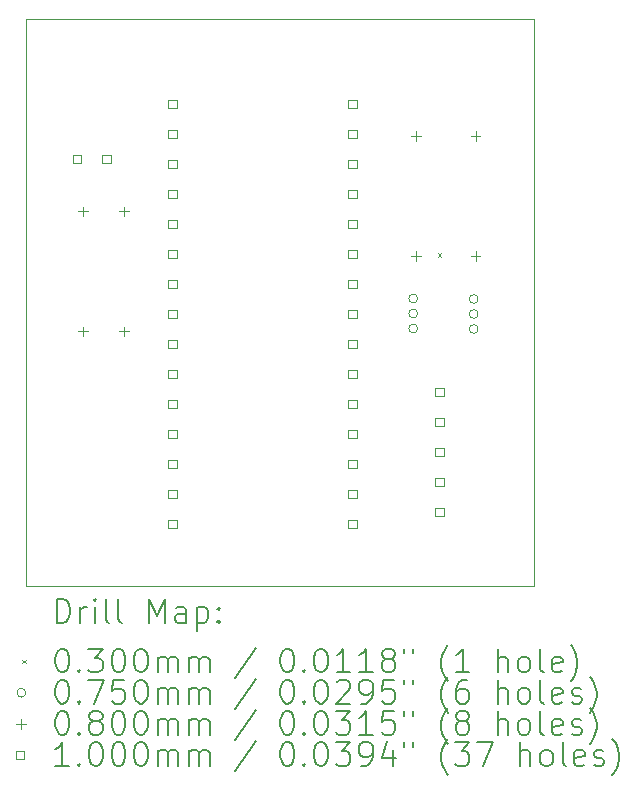
<source format=gbr>
%TF.GenerationSoftware,KiCad,Pcbnew,8.0.5*%
%TF.CreationDate,2025-02-08T21:47:27+08:00*%
%TF.ProjectId,arduino_solar_bikelight_1,61726475-696e-46f5-9f73-6f6c61725f62,rev?*%
%TF.SameCoordinates,Original*%
%TF.FileFunction,Drillmap*%
%TF.FilePolarity,Positive*%
%FSLAX45Y45*%
G04 Gerber Fmt 4.5, Leading zero omitted, Abs format (unit mm)*
G04 Created by KiCad (PCBNEW 8.0.5) date 2025-02-08 21:47:27*
%MOMM*%
%LPD*%
G01*
G04 APERTURE LIST*
%ADD10C,0.050000*%
%ADD11C,0.200000*%
%ADD12C,0.100000*%
G04 APERTURE END LIST*
D10*
X14144500Y-5839500D02*
X18444500Y-5839500D01*
X18444500Y-10639500D01*
X14144500Y-10639500D01*
X14144500Y-5839500D01*
D11*
D12*
X17629500Y-7824500D02*
X17659500Y-7854500D01*
X17659500Y-7824500D02*
X17629500Y-7854500D01*
X17459000Y-8208500D02*
G75*
G02*
X17384000Y-8208500I-37500J0D01*
G01*
X17384000Y-8208500D02*
G75*
G02*
X17459000Y-8208500I37500J0D01*
G01*
X17459000Y-8335500D02*
G75*
G02*
X17384000Y-8335500I-37500J0D01*
G01*
X17384000Y-8335500D02*
G75*
G02*
X17459000Y-8335500I37500J0D01*
G01*
X17459000Y-8462500D02*
G75*
G02*
X17384000Y-8462500I-37500J0D01*
G01*
X17384000Y-8462500D02*
G75*
G02*
X17459000Y-8462500I37500J0D01*
G01*
X17972000Y-8212500D02*
G75*
G02*
X17897000Y-8212500I-37500J0D01*
G01*
X17897000Y-8212500D02*
G75*
G02*
X17972000Y-8212500I37500J0D01*
G01*
X17972000Y-8339500D02*
G75*
G02*
X17897000Y-8339500I-37500J0D01*
G01*
X17897000Y-8339500D02*
G75*
G02*
X17972000Y-8339500I37500J0D01*
G01*
X17972000Y-8466500D02*
G75*
G02*
X17897000Y-8466500I-37500J0D01*
G01*
X17897000Y-8466500D02*
G75*
G02*
X17972000Y-8466500I37500J0D01*
G01*
X14624500Y-7431500D02*
X14624500Y-7511500D01*
X14584500Y-7471500D02*
X14664500Y-7471500D01*
X14624500Y-8447500D02*
X14624500Y-8527500D01*
X14584500Y-8487500D02*
X14664500Y-8487500D01*
X14974500Y-7431500D02*
X14974500Y-7511500D01*
X14934500Y-7471500D02*
X15014500Y-7471500D01*
X14974500Y-8447500D02*
X14974500Y-8527500D01*
X14934500Y-8487500D02*
X15014500Y-8487500D01*
X17444500Y-6791500D02*
X17444500Y-6871500D01*
X17404500Y-6831500D02*
X17484500Y-6831500D01*
X17444500Y-7807500D02*
X17444500Y-7887500D01*
X17404500Y-7847500D02*
X17484500Y-7847500D01*
X17951500Y-6791500D02*
X17951500Y-6871500D01*
X17911500Y-6831500D02*
X17991500Y-6831500D01*
X17951500Y-7807500D02*
X17951500Y-7887500D01*
X17911500Y-7847500D02*
X17991500Y-7847500D01*
X14609856Y-7064856D02*
X14609856Y-6994144D01*
X14539144Y-6994144D01*
X14539144Y-7064856D01*
X14609856Y-7064856D01*
X14859856Y-7064856D02*
X14859856Y-6994144D01*
X14789144Y-6994144D01*
X14789144Y-7064856D01*
X14859856Y-7064856D01*
X15419856Y-6598856D02*
X15419856Y-6528144D01*
X15349144Y-6528144D01*
X15349144Y-6598856D01*
X15419856Y-6598856D01*
X15419856Y-6852856D02*
X15419856Y-6782144D01*
X15349144Y-6782144D01*
X15349144Y-6852856D01*
X15419856Y-6852856D01*
X15419856Y-7106856D02*
X15419856Y-7036144D01*
X15349144Y-7036144D01*
X15349144Y-7106856D01*
X15419856Y-7106856D01*
X15419856Y-7360856D02*
X15419856Y-7290144D01*
X15349144Y-7290144D01*
X15349144Y-7360856D01*
X15419856Y-7360856D01*
X15419856Y-7614856D02*
X15419856Y-7544144D01*
X15349144Y-7544144D01*
X15349144Y-7614856D01*
X15419856Y-7614856D01*
X15419856Y-7868856D02*
X15419856Y-7798144D01*
X15349144Y-7798144D01*
X15349144Y-7868856D01*
X15419856Y-7868856D01*
X15419856Y-8122856D02*
X15419856Y-8052144D01*
X15349144Y-8052144D01*
X15349144Y-8122856D01*
X15419856Y-8122856D01*
X15419856Y-8376856D02*
X15419856Y-8306144D01*
X15349144Y-8306144D01*
X15349144Y-8376856D01*
X15419856Y-8376856D01*
X15419856Y-8630856D02*
X15419856Y-8560144D01*
X15349144Y-8560144D01*
X15349144Y-8630856D01*
X15419856Y-8630856D01*
X15419856Y-8884856D02*
X15419856Y-8814144D01*
X15349144Y-8814144D01*
X15349144Y-8884856D01*
X15419856Y-8884856D01*
X15419856Y-9138856D02*
X15419856Y-9068144D01*
X15349144Y-9068144D01*
X15349144Y-9138856D01*
X15419856Y-9138856D01*
X15419856Y-9392856D02*
X15419856Y-9322144D01*
X15349144Y-9322144D01*
X15349144Y-9392856D01*
X15419856Y-9392856D01*
X15419856Y-9646856D02*
X15419856Y-9576144D01*
X15349144Y-9576144D01*
X15349144Y-9646856D01*
X15419856Y-9646856D01*
X15419856Y-9900856D02*
X15419856Y-9830144D01*
X15349144Y-9830144D01*
X15349144Y-9900856D01*
X15419856Y-9900856D01*
X15419856Y-10154856D02*
X15419856Y-10084144D01*
X15349144Y-10084144D01*
X15349144Y-10154856D01*
X15419856Y-10154856D01*
X16943856Y-6598856D02*
X16943856Y-6528144D01*
X16873144Y-6528144D01*
X16873144Y-6598856D01*
X16943856Y-6598856D01*
X16943856Y-6852856D02*
X16943856Y-6782144D01*
X16873144Y-6782144D01*
X16873144Y-6852856D01*
X16943856Y-6852856D01*
X16943856Y-7106856D02*
X16943856Y-7036144D01*
X16873144Y-7036144D01*
X16873144Y-7106856D01*
X16943856Y-7106856D01*
X16943856Y-7360856D02*
X16943856Y-7290144D01*
X16873144Y-7290144D01*
X16873144Y-7360856D01*
X16943856Y-7360856D01*
X16943856Y-7614856D02*
X16943856Y-7544144D01*
X16873144Y-7544144D01*
X16873144Y-7614856D01*
X16943856Y-7614856D01*
X16943856Y-7868856D02*
X16943856Y-7798144D01*
X16873144Y-7798144D01*
X16873144Y-7868856D01*
X16943856Y-7868856D01*
X16943856Y-8122856D02*
X16943856Y-8052144D01*
X16873144Y-8052144D01*
X16873144Y-8122856D01*
X16943856Y-8122856D01*
X16943856Y-8376856D02*
X16943856Y-8306144D01*
X16873144Y-8306144D01*
X16873144Y-8376856D01*
X16943856Y-8376856D01*
X16943856Y-8630856D02*
X16943856Y-8560144D01*
X16873144Y-8560144D01*
X16873144Y-8630856D01*
X16943856Y-8630856D01*
X16943856Y-8884856D02*
X16943856Y-8814144D01*
X16873144Y-8814144D01*
X16873144Y-8884856D01*
X16943856Y-8884856D01*
X16943856Y-9138856D02*
X16943856Y-9068144D01*
X16873144Y-9068144D01*
X16873144Y-9138856D01*
X16943856Y-9138856D01*
X16943856Y-9392856D02*
X16943856Y-9322144D01*
X16873144Y-9322144D01*
X16873144Y-9392856D01*
X16943856Y-9392856D01*
X16943856Y-9646856D02*
X16943856Y-9576144D01*
X16873144Y-9576144D01*
X16873144Y-9646856D01*
X16943856Y-9646856D01*
X16943856Y-9900856D02*
X16943856Y-9830144D01*
X16873144Y-9830144D01*
X16873144Y-9900856D01*
X16943856Y-9900856D01*
X16943856Y-10154856D02*
X16943856Y-10084144D01*
X16873144Y-10084144D01*
X16873144Y-10154856D01*
X16943856Y-10154856D01*
X17679856Y-9032856D02*
X17679856Y-8962144D01*
X17609144Y-8962144D01*
X17609144Y-9032856D01*
X17679856Y-9032856D01*
X17679856Y-9286856D02*
X17679856Y-9216144D01*
X17609144Y-9216144D01*
X17609144Y-9286856D01*
X17679856Y-9286856D01*
X17679856Y-9540856D02*
X17679856Y-9470144D01*
X17609144Y-9470144D01*
X17609144Y-9540856D01*
X17679856Y-9540856D01*
X17679856Y-9794856D02*
X17679856Y-9724144D01*
X17609144Y-9724144D01*
X17609144Y-9794856D01*
X17679856Y-9794856D01*
X17679856Y-10048856D02*
X17679856Y-9978144D01*
X17609144Y-9978144D01*
X17609144Y-10048856D01*
X17679856Y-10048856D01*
D11*
X14402777Y-10953484D02*
X14402777Y-10753484D01*
X14402777Y-10753484D02*
X14450396Y-10753484D01*
X14450396Y-10753484D02*
X14478967Y-10763008D01*
X14478967Y-10763008D02*
X14498015Y-10782055D01*
X14498015Y-10782055D02*
X14507539Y-10801103D01*
X14507539Y-10801103D02*
X14517062Y-10839198D01*
X14517062Y-10839198D02*
X14517062Y-10867770D01*
X14517062Y-10867770D02*
X14507539Y-10905865D01*
X14507539Y-10905865D02*
X14498015Y-10924912D01*
X14498015Y-10924912D02*
X14478967Y-10943960D01*
X14478967Y-10943960D02*
X14450396Y-10953484D01*
X14450396Y-10953484D02*
X14402777Y-10953484D01*
X14602777Y-10953484D02*
X14602777Y-10820150D01*
X14602777Y-10858246D02*
X14612301Y-10839198D01*
X14612301Y-10839198D02*
X14621824Y-10829674D01*
X14621824Y-10829674D02*
X14640872Y-10820150D01*
X14640872Y-10820150D02*
X14659920Y-10820150D01*
X14726586Y-10953484D02*
X14726586Y-10820150D01*
X14726586Y-10753484D02*
X14717062Y-10763008D01*
X14717062Y-10763008D02*
X14726586Y-10772531D01*
X14726586Y-10772531D02*
X14736110Y-10763008D01*
X14736110Y-10763008D02*
X14726586Y-10753484D01*
X14726586Y-10753484D02*
X14726586Y-10772531D01*
X14850396Y-10953484D02*
X14831348Y-10943960D01*
X14831348Y-10943960D02*
X14821824Y-10924912D01*
X14821824Y-10924912D02*
X14821824Y-10753484D01*
X14955158Y-10953484D02*
X14936110Y-10943960D01*
X14936110Y-10943960D02*
X14926586Y-10924912D01*
X14926586Y-10924912D02*
X14926586Y-10753484D01*
X15183729Y-10953484D02*
X15183729Y-10753484D01*
X15183729Y-10753484D02*
X15250396Y-10896341D01*
X15250396Y-10896341D02*
X15317062Y-10753484D01*
X15317062Y-10753484D02*
X15317062Y-10953484D01*
X15498015Y-10953484D02*
X15498015Y-10848722D01*
X15498015Y-10848722D02*
X15488491Y-10829674D01*
X15488491Y-10829674D02*
X15469443Y-10820150D01*
X15469443Y-10820150D02*
X15431348Y-10820150D01*
X15431348Y-10820150D02*
X15412301Y-10829674D01*
X15498015Y-10943960D02*
X15478967Y-10953484D01*
X15478967Y-10953484D02*
X15431348Y-10953484D01*
X15431348Y-10953484D02*
X15412301Y-10943960D01*
X15412301Y-10943960D02*
X15402777Y-10924912D01*
X15402777Y-10924912D02*
X15402777Y-10905865D01*
X15402777Y-10905865D02*
X15412301Y-10886817D01*
X15412301Y-10886817D02*
X15431348Y-10877293D01*
X15431348Y-10877293D02*
X15478967Y-10877293D01*
X15478967Y-10877293D02*
X15498015Y-10867770D01*
X15593253Y-10820150D02*
X15593253Y-11020150D01*
X15593253Y-10829674D02*
X15612301Y-10820150D01*
X15612301Y-10820150D02*
X15650396Y-10820150D01*
X15650396Y-10820150D02*
X15669443Y-10829674D01*
X15669443Y-10829674D02*
X15678967Y-10839198D01*
X15678967Y-10839198D02*
X15688491Y-10858246D01*
X15688491Y-10858246D02*
X15688491Y-10915389D01*
X15688491Y-10915389D02*
X15678967Y-10934436D01*
X15678967Y-10934436D02*
X15669443Y-10943960D01*
X15669443Y-10943960D02*
X15650396Y-10953484D01*
X15650396Y-10953484D02*
X15612301Y-10953484D01*
X15612301Y-10953484D02*
X15593253Y-10943960D01*
X15774205Y-10934436D02*
X15783729Y-10943960D01*
X15783729Y-10943960D02*
X15774205Y-10953484D01*
X15774205Y-10953484D02*
X15764682Y-10943960D01*
X15764682Y-10943960D02*
X15774205Y-10934436D01*
X15774205Y-10934436D02*
X15774205Y-10953484D01*
X15774205Y-10829674D02*
X15783729Y-10839198D01*
X15783729Y-10839198D02*
X15774205Y-10848722D01*
X15774205Y-10848722D02*
X15764682Y-10839198D01*
X15764682Y-10839198D02*
X15774205Y-10829674D01*
X15774205Y-10829674D02*
X15774205Y-10848722D01*
D12*
X14112000Y-11267000D02*
X14142000Y-11297000D01*
X14142000Y-11267000D02*
X14112000Y-11297000D01*
D11*
X14440872Y-11173484D02*
X14459920Y-11173484D01*
X14459920Y-11173484D02*
X14478967Y-11183008D01*
X14478967Y-11183008D02*
X14488491Y-11192531D01*
X14488491Y-11192531D02*
X14498015Y-11211579D01*
X14498015Y-11211579D02*
X14507539Y-11249674D01*
X14507539Y-11249674D02*
X14507539Y-11297293D01*
X14507539Y-11297293D02*
X14498015Y-11335388D01*
X14498015Y-11335388D02*
X14488491Y-11354436D01*
X14488491Y-11354436D02*
X14478967Y-11363960D01*
X14478967Y-11363960D02*
X14459920Y-11373484D01*
X14459920Y-11373484D02*
X14440872Y-11373484D01*
X14440872Y-11373484D02*
X14421824Y-11363960D01*
X14421824Y-11363960D02*
X14412301Y-11354436D01*
X14412301Y-11354436D02*
X14402777Y-11335388D01*
X14402777Y-11335388D02*
X14393253Y-11297293D01*
X14393253Y-11297293D02*
X14393253Y-11249674D01*
X14393253Y-11249674D02*
X14402777Y-11211579D01*
X14402777Y-11211579D02*
X14412301Y-11192531D01*
X14412301Y-11192531D02*
X14421824Y-11183008D01*
X14421824Y-11183008D02*
X14440872Y-11173484D01*
X14593253Y-11354436D02*
X14602777Y-11363960D01*
X14602777Y-11363960D02*
X14593253Y-11373484D01*
X14593253Y-11373484D02*
X14583729Y-11363960D01*
X14583729Y-11363960D02*
X14593253Y-11354436D01*
X14593253Y-11354436D02*
X14593253Y-11373484D01*
X14669443Y-11173484D02*
X14793253Y-11173484D01*
X14793253Y-11173484D02*
X14726586Y-11249674D01*
X14726586Y-11249674D02*
X14755158Y-11249674D01*
X14755158Y-11249674D02*
X14774205Y-11259198D01*
X14774205Y-11259198D02*
X14783729Y-11268722D01*
X14783729Y-11268722D02*
X14793253Y-11287769D01*
X14793253Y-11287769D02*
X14793253Y-11335388D01*
X14793253Y-11335388D02*
X14783729Y-11354436D01*
X14783729Y-11354436D02*
X14774205Y-11363960D01*
X14774205Y-11363960D02*
X14755158Y-11373484D01*
X14755158Y-11373484D02*
X14698015Y-11373484D01*
X14698015Y-11373484D02*
X14678967Y-11363960D01*
X14678967Y-11363960D02*
X14669443Y-11354436D01*
X14917062Y-11173484D02*
X14936110Y-11173484D01*
X14936110Y-11173484D02*
X14955158Y-11183008D01*
X14955158Y-11183008D02*
X14964682Y-11192531D01*
X14964682Y-11192531D02*
X14974205Y-11211579D01*
X14974205Y-11211579D02*
X14983729Y-11249674D01*
X14983729Y-11249674D02*
X14983729Y-11297293D01*
X14983729Y-11297293D02*
X14974205Y-11335388D01*
X14974205Y-11335388D02*
X14964682Y-11354436D01*
X14964682Y-11354436D02*
X14955158Y-11363960D01*
X14955158Y-11363960D02*
X14936110Y-11373484D01*
X14936110Y-11373484D02*
X14917062Y-11373484D01*
X14917062Y-11373484D02*
X14898015Y-11363960D01*
X14898015Y-11363960D02*
X14888491Y-11354436D01*
X14888491Y-11354436D02*
X14878967Y-11335388D01*
X14878967Y-11335388D02*
X14869443Y-11297293D01*
X14869443Y-11297293D02*
X14869443Y-11249674D01*
X14869443Y-11249674D02*
X14878967Y-11211579D01*
X14878967Y-11211579D02*
X14888491Y-11192531D01*
X14888491Y-11192531D02*
X14898015Y-11183008D01*
X14898015Y-11183008D02*
X14917062Y-11173484D01*
X15107539Y-11173484D02*
X15126586Y-11173484D01*
X15126586Y-11173484D02*
X15145634Y-11183008D01*
X15145634Y-11183008D02*
X15155158Y-11192531D01*
X15155158Y-11192531D02*
X15164682Y-11211579D01*
X15164682Y-11211579D02*
X15174205Y-11249674D01*
X15174205Y-11249674D02*
X15174205Y-11297293D01*
X15174205Y-11297293D02*
X15164682Y-11335388D01*
X15164682Y-11335388D02*
X15155158Y-11354436D01*
X15155158Y-11354436D02*
X15145634Y-11363960D01*
X15145634Y-11363960D02*
X15126586Y-11373484D01*
X15126586Y-11373484D02*
X15107539Y-11373484D01*
X15107539Y-11373484D02*
X15088491Y-11363960D01*
X15088491Y-11363960D02*
X15078967Y-11354436D01*
X15078967Y-11354436D02*
X15069443Y-11335388D01*
X15069443Y-11335388D02*
X15059920Y-11297293D01*
X15059920Y-11297293D02*
X15059920Y-11249674D01*
X15059920Y-11249674D02*
X15069443Y-11211579D01*
X15069443Y-11211579D02*
X15078967Y-11192531D01*
X15078967Y-11192531D02*
X15088491Y-11183008D01*
X15088491Y-11183008D02*
X15107539Y-11173484D01*
X15259920Y-11373484D02*
X15259920Y-11240150D01*
X15259920Y-11259198D02*
X15269443Y-11249674D01*
X15269443Y-11249674D02*
X15288491Y-11240150D01*
X15288491Y-11240150D02*
X15317063Y-11240150D01*
X15317063Y-11240150D02*
X15336110Y-11249674D01*
X15336110Y-11249674D02*
X15345634Y-11268722D01*
X15345634Y-11268722D02*
X15345634Y-11373484D01*
X15345634Y-11268722D02*
X15355158Y-11249674D01*
X15355158Y-11249674D02*
X15374205Y-11240150D01*
X15374205Y-11240150D02*
X15402777Y-11240150D01*
X15402777Y-11240150D02*
X15421824Y-11249674D01*
X15421824Y-11249674D02*
X15431348Y-11268722D01*
X15431348Y-11268722D02*
X15431348Y-11373484D01*
X15526586Y-11373484D02*
X15526586Y-11240150D01*
X15526586Y-11259198D02*
X15536110Y-11249674D01*
X15536110Y-11249674D02*
X15555158Y-11240150D01*
X15555158Y-11240150D02*
X15583729Y-11240150D01*
X15583729Y-11240150D02*
X15602777Y-11249674D01*
X15602777Y-11249674D02*
X15612301Y-11268722D01*
X15612301Y-11268722D02*
X15612301Y-11373484D01*
X15612301Y-11268722D02*
X15621824Y-11249674D01*
X15621824Y-11249674D02*
X15640872Y-11240150D01*
X15640872Y-11240150D02*
X15669443Y-11240150D01*
X15669443Y-11240150D02*
X15688491Y-11249674D01*
X15688491Y-11249674D02*
X15698015Y-11268722D01*
X15698015Y-11268722D02*
X15698015Y-11373484D01*
X16088491Y-11163960D02*
X15917063Y-11421103D01*
X16345634Y-11173484D02*
X16364682Y-11173484D01*
X16364682Y-11173484D02*
X16383729Y-11183008D01*
X16383729Y-11183008D02*
X16393253Y-11192531D01*
X16393253Y-11192531D02*
X16402777Y-11211579D01*
X16402777Y-11211579D02*
X16412301Y-11249674D01*
X16412301Y-11249674D02*
X16412301Y-11297293D01*
X16412301Y-11297293D02*
X16402777Y-11335388D01*
X16402777Y-11335388D02*
X16393253Y-11354436D01*
X16393253Y-11354436D02*
X16383729Y-11363960D01*
X16383729Y-11363960D02*
X16364682Y-11373484D01*
X16364682Y-11373484D02*
X16345634Y-11373484D01*
X16345634Y-11373484D02*
X16326586Y-11363960D01*
X16326586Y-11363960D02*
X16317063Y-11354436D01*
X16317063Y-11354436D02*
X16307539Y-11335388D01*
X16307539Y-11335388D02*
X16298015Y-11297293D01*
X16298015Y-11297293D02*
X16298015Y-11249674D01*
X16298015Y-11249674D02*
X16307539Y-11211579D01*
X16307539Y-11211579D02*
X16317063Y-11192531D01*
X16317063Y-11192531D02*
X16326586Y-11183008D01*
X16326586Y-11183008D02*
X16345634Y-11173484D01*
X16498015Y-11354436D02*
X16507539Y-11363960D01*
X16507539Y-11363960D02*
X16498015Y-11373484D01*
X16498015Y-11373484D02*
X16488491Y-11363960D01*
X16488491Y-11363960D02*
X16498015Y-11354436D01*
X16498015Y-11354436D02*
X16498015Y-11373484D01*
X16631348Y-11173484D02*
X16650396Y-11173484D01*
X16650396Y-11173484D02*
X16669444Y-11183008D01*
X16669444Y-11183008D02*
X16678967Y-11192531D01*
X16678967Y-11192531D02*
X16688491Y-11211579D01*
X16688491Y-11211579D02*
X16698015Y-11249674D01*
X16698015Y-11249674D02*
X16698015Y-11297293D01*
X16698015Y-11297293D02*
X16688491Y-11335388D01*
X16688491Y-11335388D02*
X16678967Y-11354436D01*
X16678967Y-11354436D02*
X16669444Y-11363960D01*
X16669444Y-11363960D02*
X16650396Y-11373484D01*
X16650396Y-11373484D02*
X16631348Y-11373484D01*
X16631348Y-11373484D02*
X16612301Y-11363960D01*
X16612301Y-11363960D02*
X16602777Y-11354436D01*
X16602777Y-11354436D02*
X16593253Y-11335388D01*
X16593253Y-11335388D02*
X16583729Y-11297293D01*
X16583729Y-11297293D02*
X16583729Y-11249674D01*
X16583729Y-11249674D02*
X16593253Y-11211579D01*
X16593253Y-11211579D02*
X16602777Y-11192531D01*
X16602777Y-11192531D02*
X16612301Y-11183008D01*
X16612301Y-11183008D02*
X16631348Y-11173484D01*
X16888491Y-11373484D02*
X16774206Y-11373484D01*
X16831348Y-11373484D02*
X16831348Y-11173484D01*
X16831348Y-11173484D02*
X16812301Y-11202055D01*
X16812301Y-11202055D02*
X16793253Y-11221103D01*
X16793253Y-11221103D02*
X16774206Y-11230627D01*
X17078968Y-11373484D02*
X16964682Y-11373484D01*
X17021825Y-11373484D02*
X17021825Y-11173484D01*
X17021825Y-11173484D02*
X17002777Y-11202055D01*
X17002777Y-11202055D02*
X16983729Y-11221103D01*
X16983729Y-11221103D02*
X16964682Y-11230627D01*
X17193253Y-11259198D02*
X17174206Y-11249674D01*
X17174206Y-11249674D02*
X17164682Y-11240150D01*
X17164682Y-11240150D02*
X17155158Y-11221103D01*
X17155158Y-11221103D02*
X17155158Y-11211579D01*
X17155158Y-11211579D02*
X17164682Y-11192531D01*
X17164682Y-11192531D02*
X17174206Y-11183008D01*
X17174206Y-11183008D02*
X17193253Y-11173484D01*
X17193253Y-11173484D02*
X17231349Y-11173484D01*
X17231349Y-11173484D02*
X17250396Y-11183008D01*
X17250396Y-11183008D02*
X17259920Y-11192531D01*
X17259920Y-11192531D02*
X17269444Y-11211579D01*
X17269444Y-11211579D02*
X17269444Y-11221103D01*
X17269444Y-11221103D02*
X17259920Y-11240150D01*
X17259920Y-11240150D02*
X17250396Y-11249674D01*
X17250396Y-11249674D02*
X17231349Y-11259198D01*
X17231349Y-11259198D02*
X17193253Y-11259198D01*
X17193253Y-11259198D02*
X17174206Y-11268722D01*
X17174206Y-11268722D02*
X17164682Y-11278246D01*
X17164682Y-11278246D02*
X17155158Y-11297293D01*
X17155158Y-11297293D02*
X17155158Y-11335388D01*
X17155158Y-11335388D02*
X17164682Y-11354436D01*
X17164682Y-11354436D02*
X17174206Y-11363960D01*
X17174206Y-11363960D02*
X17193253Y-11373484D01*
X17193253Y-11373484D02*
X17231349Y-11373484D01*
X17231349Y-11373484D02*
X17250396Y-11363960D01*
X17250396Y-11363960D02*
X17259920Y-11354436D01*
X17259920Y-11354436D02*
X17269444Y-11335388D01*
X17269444Y-11335388D02*
X17269444Y-11297293D01*
X17269444Y-11297293D02*
X17259920Y-11278246D01*
X17259920Y-11278246D02*
X17250396Y-11268722D01*
X17250396Y-11268722D02*
X17231349Y-11259198D01*
X17345634Y-11173484D02*
X17345634Y-11211579D01*
X17421825Y-11173484D02*
X17421825Y-11211579D01*
X17717063Y-11449674D02*
X17707539Y-11440150D01*
X17707539Y-11440150D02*
X17688491Y-11411579D01*
X17688491Y-11411579D02*
X17678968Y-11392531D01*
X17678968Y-11392531D02*
X17669444Y-11363960D01*
X17669444Y-11363960D02*
X17659920Y-11316341D01*
X17659920Y-11316341D02*
X17659920Y-11278246D01*
X17659920Y-11278246D02*
X17669444Y-11230627D01*
X17669444Y-11230627D02*
X17678968Y-11202055D01*
X17678968Y-11202055D02*
X17688491Y-11183008D01*
X17688491Y-11183008D02*
X17707539Y-11154436D01*
X17707539Y-11154436D02*
X17717063Y-11144912D01*
X17898015Y-11373484D02*
X17783730Y-11373484D01*
X17840872Y-11373484D02*
X17840872Y-11173484D01*
X17840872Y-11173484D02*
X17821825Y-11202055D01*
X17821825Y-11202055D02*
X17802777Y-11221103D01*
X17802777Y-11221103D02*
X17783730Y-11230627D01*
X18136111Y-11373484D02*
X18136111Y-11173484D01*
X18221825Y-11373484D02*
X18221825Y-11268722D01*
X18221825Y-11268722D02*
X18212301Y-11249674D01*
X18212301Y-11249674D02*
X18193253Y-11240150D01*
X18193253Y-11240150D02*
X18164682Y-11240150D01*
X18164682Y-11240150D02*
X18145634Y-11249674D01*
X18145634Y-11249674D02*
X18136111Y-11259198D01*
X18345634Y-11373484D02*
X18326587Y-11363960D01*
X18326587Y-11363960D02*
X18317063Y-11354436D01*
X18317063Y-11354436D02*
X18307539Y-11335388D01*
X18307539Y-11335388D02*
X18307539Y-11278246D01*
X18307539Y-11278246D02*
X18317063Y-11259198D01*
X18317063Y-11259198D02*
X18326587Y-11249674D01*
X18326587Y-11249674D02*
X18345634Y-11240150D01*
X18345634Y-11240150D02*
X18374206Y-11240150D01*
X18374206Y-11240150D02*
X18393253Y-11249674D01*
X18393253Y-11249674D02*
X18402777Y-11259198D01*
X18402777Y-11259198D02*
X18412301Y-11278246D01*
X18412301Y-11278246D02*
X18412301Y-11335388D01*
X18412301Y-11335388D02*
X18402777Y-11354436D01*
X18402777Y-11354436D02*
X18393253Y-11363960D01*
X18393253Y-11363960D02*
X18374206Y-11373484D01*
X18374206Y-11373484D02*
X18345634Y-11373484D01*
X18526587Y-11373484D02*
X18507539Y-11363960D01*
X18507539Y-11363960D02*
X18498015Y-11344912D01*
X18498015Y-11344912D02*
X18498015Y-11173484D01*
X18678968Y-11363960D02*
X18659920Y-11373484D01*
X18659920Y-11373484D02*
X18621825Y-11373484D01*
X18621825Y-11373484D02*
X18602777Y-11363960D01*
X18602777Y-11363960D02*
X18593253Y-11344912D01*
X18593253Y-11344912D02*
X18593253Y-11268722D01*
X18593253Y-11268722D02*
X18602777Y-11249674D01*
X18602777Y-11249674D02*
X18621825Y-11240150D01*
X18621825Y-11240150D02*
X18659920Y-11240150D01*
X18659920Y-11240150D02*
X18678968Y-11249674D01*
X18678968Y-11249674D02*
X18688492Y-11268722D01*
X18688492Y-11268722D02*
X18688492Y-11287769D01*
X18688492Y-11287769D02*
X18593253Y-11306817D01*
X18755158Y-11449674D02*
X18764682Y-11440150D01*
X18764682Y-11440150D02*
X18783730Y-11411579D01*
X18783730Y-11411579D02*
X18793253Y-11392531D01*
X18793253Y-11392531D02*
X18802777Y-11363960D01*
X18802777Y-11363960D02*
X18812301Y-11316341D01*
X18812301Y-11316341D02*
X18812301Y-11278246D01*
X18812301Y-11278246D02*
X18802777Y-11230627D01*
X18802777Y-11230627D02*
X18793253Y-11202055D01*
X18793253Y-11202055D02*
X18783730Y-11183008D01*
X18783730Y-11183008D02*
X18764682Y-11154436D01*
X18764682Y-11154436D02*
X18755158Y-11144912D01*
D12*
X14142000Y-11546000D02*
G75*
G02*
X14067000Y-11546000I-37500J0D01*
G01*
X14067000Y-11546000D02*
G75*
G02*
X14142000Y-11546000I37500J0D01*
G01*
D11*
X14440872Y-11437484D02*
X14459920Y-11437484D01*
X14459920Y-11437484D02*
X14478967Y-11447008D01*
X14478967Y-11447008D02*
X14488491Y-11456531D01*
X14488491Y-11456531D02*
X14498015Y-11475579D01*
X14498015Y-11475579D02*
X14507539Y-11513674D01*
X14507539Y-11513674D02*
X14507539Y-11561293D01*
X14507539Y-11561293D02*
X14498015Y-11599388D01*
X14498015Y-11599388D02*
X14488491Y-11618436D01*
X14488491Y-11618436D02*
X14478967Y-11627960D01*
X14478967Y-11627960D02*
X14459920Y-11637484D01*
X14459920Y-11637484D02*
X14440872Y-11637484D01*
X14440872Y-11637484D02*
X14421824Y-11627960D01*
X14421824Y-11627960D02*
X14412301Y-11618436D01*
X14412301Y-11618436D02*
X14402777Y-11599388D01*
X14402777Y-11599388D02*
X14393253Y-11561293D01*
X14393253Y-11561293D02*
X14393253Y-11513674D01*
X14393253Y-11513674D02*
X14402777Y-11475579D01*
X14402777Y-11475579D02*
X14412301Y-11456531D01*
X14412301Y-11456531D02*
X14421824Y-11447008D01*
X14421824Y-11447008D02*
X14440872Y-11437484D01*
X14593253Y-11618436D02*
X14602777Y-11627960D01*
X14602777Y-11627960D02*
X14593253Y-11637484D01*
X14593253Y-11637484D02*
X14583729Y-11627960D01*
X14583729Y-11627960D02*
X14593253Y-11618436D01*
X14593253Y-11618436D02*
X14593253Y-11637484D01*
X14669443Y-11437484D02*
X14802777Y-11437484D01*
X14802777Y-11437484D02*
X14717062Y-11637484D01*
X14974205Y-11437484D02*
X14878967Y-11437484D01*
X14878967Y-11437484D02*
X14869443Y-11532722D01*
X14869443Y-11532722D02*
X14878967Y-11523198D01*
X14878967Y-11523198D02*
X14898015Y-11513674D01*
X14898015Y-11513674D02*
X14945634Y-11513674D01*
X14945634Y-11513674D02*
X14964682Y-11523198D01*
X14964682Y-11523198D02*
X14974205Y-11532722D01*
X14974205Y-11532722D02*
X14983729Y-11551769D01*
X14983729Y-11551769D02*
X14983729Y-11599388D01*
X14983729Y-11599388D02*
X14974205Y-11618436D01*
X14974205Y-11618436D02*
X14964682Y-11627960D01*
X14964682Y-11627960D02*
X14945634Y-11637484D01*
X14945634Y-11637484D02*
X14898015Y-11637484D01*
X14898015Y-11637484D02*
X14878967Y-11627960D01*
X14878967Y-11627960D02*
X14869443Y-11618436D01*
X15107539Y-11437484D02*
X15126586Y-11437484D01*
X15126586Y-11437484D02*
X15145634Y-11447008D01*
X15145634Y-11447008D02*
X15155158Y-11456531D01*
X15155158Y-11456531D02*
X15164682Y-11475579D01*
X15164682Y-11475579D02*
X15174205Y-11513674D01*
X15174205Y-11513674D02*
X15174205Y-11561293D01*
X15174205Y-11561293D02*
X15164682Y-11599388D01*
X15164682Y-11599388D02*
X15155158Y-11618436D01*
X15155158Y-11618436D02*
X15145634Y-11627960D01*
X15145634Y-11627960D02*
X15126586Y-11637484D01*
X15126586Y-11637484D02*
X15107539Y-11637484D01*
X15107539Y-11637484D02*
X15088491Y-11627960D01*
X15088491Y-11627960D02*
X15078967Y-11618436D01*
X15078967Y-11618436D02*
X15069443Y-11599388D01*
X15069443Y-11599388D02*
X15059920Y-11561293D01*
X15059920Y-11561293D02*
X15059920Y-11513674D01*
X15059920Y-11513674D02*
X15069443Y-11475579D01*
X15069443Y-11475579D02*
X15078967Y-11456531D01*
X15078967Y-11456531D02*
X15088491Y-11447008D01*
X15088491Y-11447008D02*
X15107539Y-11437484D01*
X15259920Y-11637484D02*
X15259920Y-11504150D01*
X15259920Y-11523198D02*
X15269443Y-11513674D01*
X15269443Y-11513674D02*
X15288491Y-11504150D01*
X15288491Y-11504150D02*
X15317063Y-11504150D01*
X15317063Y-11504150D02*
X15336110Y-11513674D01*
X15336110Y-11513674D02*
X15345634Y-11532722D01*
X15345634Y-11532722D02*
X15345634Y-11637484D01*
X15345634Y-11532722D02*
X15355158Y-11513674D01*
X15355158Y-11513674D02*
X15374205Y-11504150D01*
X15374205Y-11504150D02*
X15402777Y-11504150D01*
X15402777Y-11504150D02*
X15421824Y-11513674D01*
X15421824Y-11513674D02*
X15431348Y-11532722D01*
X15431348Y-11532722D02*
X15431348Y-11637484D01*
X15526586Y-11637484D02*
X15526586Y-11504150D01*
X15526586Y-11523198D02*
X15536110Y-11513674D01*
X15536110Y-11513674D02*
X15555158Y-11504150D01*
X15555158Y-11504150D02*
X15583729Y-11504150D01*
X15583729Y-11504150D02*
X15602777Y-11513674D01*
X15602777Y-11513674D02*
X15612301Y-11532722D01*
X15612301Y-11532722D02*
X15612301Y-11637484D01*
X15612301Y-11532722D02*
X15621824Y-11513674D01*
X15621824Y-11513674D02*
X15640872Y-11504150D01*
X15640872Y-11504150D02*
X15669443Y-11504150D01*
X15669443Y-11504150D02*
X15688491Y-11513674D01*
X15688491Y-11513674D02*
X15698015Y-11532722D01*
X15698015Y-11532722D02*
X15698015Y-11637484D01*
X16088491Y-11427960D02*
X15917063Y-11685103D01*
X16345634Y-11437484D02*
X16364682Y-11437484D01*
X16364682Y-11437484D02*
X16383729Y-11447008D01*
X16383729Y-11447008D02*
X16393253Y-11456531D01*
X16393253Y-11456531D02*
X16402777Y-11475579D01*
X16402777Y-11475579D02*
X16412301Y-11513674D01*
X16412301Y-11513674D02*
X16412301Y-11561293D01*
X16412301Y-11561293D02*
X16402777Y-11599388D01*
X16402777Y-11599388D02*
X16393253Y-11618436D01*
X16393253Y-11618436D02*
X16383729Y-11627960D01*
X16383729Y-11627960D02*
X16364682Y-11637484D01*
X16364682Y-11637484D02*
X16345634Y-11637484D01*
X16345634Y-11637484D02*
X16326586Y-11627960D01*
X16326586Y-11627960D02*
X16317063Y-11618436D01*
X16317063Y-11618436D02*
X16307539Y-11599388D01*
X16307539Y-11599388D02*
X16298015Y-11561293D01*
X16298015Y-11561293D02*
X16298015Y-11513674D01*
X16298015Y-11513674D02*
X16307539Y-11475579D01*
X16307539Y-11475579D02*
X16317063Y-11456531D01*
X16317063Y-11456531D02*
X16326586Y-11447008D01*
X16326586Y-11447008D02*
X16345634Y-11437484D01*
X16498015Y-11618436D02*
X16507539Y-11627960D01*
X16507539Y-11627960D02*
X16498015Y-11637484D01*
X16498015Y-11637484D02*
X16488491Y-11627960D01*
X16488491Y-11627960D02*
X16498015Y-11618436D01*
X16498015Y-11618436D02*
X16498015Y-11637484D01*
X16631348Y-11437484D02*
X16650396Y-11437484D01*
X16650396Y-11437484D02*
X16669444Y-11447008D01*
X16669444Y-11447008D02*
X16678967Y-11456531D01*
X16678967Y-11456531D02*
X16688491Y-11475579D01*
X16688491Y-11475579D02*
X16698015Y-11513674D01*
X16698015Y-11513674D02*
X16698015Y-11561293D01*
X16698015Y-11561293D02*
X16688491Y-11599388D01*
X16688491Y-11599388D02*
X16678967Y-11618436D01*
X16678967Y-11618436D02*
X16669444Y-11627960D01*
X16669444Y-11627960D02*
X16650396Y-11637484D01*
X16650396Y-11637484D02*
X16631348Y-11637484D01*
X16631348Y-11637484D02*
X16612301Y-11627960D01*
X16612301Y-11627960D02*
X16602777Y-11618436D01*
X16602777Y-11618436D02*
X16593253Y-11599388D01*
X16593253Y-11599388D02*
X16583729Y-11561293D01*
X16583729Y-11561293D02*
X16583729Y-11513674D01*
X16583729Y-11513674D02*
X16593253Y-11475579D01*
X16593253Y-11475579D02*
X16602777Y-11456531D01*
X16602777Y-11456531D02*
X16612301Y-11447008D01*
X16612301Y-11447008D02*
X16631348Y-11437484D01*
X16774206Y-11456531D02*
X16783729Y-11447008D01*
X16783729Y-11447008D02*
X16802777Y-11437484D01*
X16802777Y-11437484D02*
X16850396Y-11437484D01*
X16850396Y-11437484D02*
X16869444Y-11447008D01*
X16869444Y-11447008D02*
X16878968Y-11456531D01*
X16878968Y-11456531D02*
X16888491Y-11475579D01*
X16888491Y-11475579D02*
X16888491Y-11494627D01*
X16888491Y-11494627D02*
X16878968Y-11523198D01*
X16878968Y-11523198D02*
X16764682Y-11637484D01*
X16764682Y-11637484D02*
X16888491Y-11637484D01*
X16983729Y-11637484D02*
X17021825Y-11637484D01*
X17021825Y-11637484D02*
X17040872Y-11627960D01*
X17040872Y-11627960D02*
X17050396Y-11618436D01*
X17050396Y-11618436D02*
X17069444Y-11589865D01*
X17069444Y-11589865D02*
X17078968Y-11551769D01*
X17078968Y-11551769D02*
X17078968Y-11475579D01*
X17078968Y-11475579D02*
X17069444Y-11456531D01*
X17069444Y-11456531D02*
X17059920Y-11447008D01*
X17059920Y-11447008D02*
X17040872Y-11437484D01*
X17040872Y-11437484D02*
X17002777Y-11437484D01*
X17002777Y-11437484D02*
X16983729Y-11447008D01*
X16983729Y-11447008D02*
X16974206Y-11456531D01*
X16974206Y-11456531D02*
X16964682Y-11475579D01*
X16964682Y-11475579D02*
X16964682Y-11523198D01*
X16964682Y-11523198D02*
X16974206Y-11542246D01*
X16974206Y-11542246D02*
X16983729Y-11551769D01*
X16983729Y-11551769D02*
X17002777Y-11561293D01*
X17002777Y-11561293D02*
X17040872Y-11561293D01*
X17040872Y-11561293D02*
X17059920Y-11551769D01*
X17059920Y-11551769D02*
X17069444Y-11542246D01*
X17069444Y-11542246D02*
X17078968Y-11523198D01*
X17259920Y-11437484D02*
X17164682Y-11437484D01*
X17164682Y-11437484D02*
X17155158Y-11532722D01*
X17155158Y-11532722D02*
X17164682Y-11523198D01*
X17164682Y-11523198D02*
X17183729Y-11513674D01*
X17183729Y-11513674D02*
X17231349Y-11513674D01*
X17231349Y-11513674D02*
X17250396Y-11523198D01*
X17250396Y-11523198D02*
X17259920Y-11532722D01*
X17259920Y-11532722D02*
X17269444Y-11551769D01*
X17269444Y-11551769D02*
X17269444Y-11599388D01*
X17269444Y-11599388D02*
X17259920Y-11618436D01*
X17259920Y-11618436D02*
X17250396Y-11627960D01*
X17250396Y-11627960D02*
X17231349Y-11637484D01*
X17231349Y-11637484D02*
X17183729Y-11637484D01*
X17183729Y-11637484D02*
X17164682Y-11627960D01*
X17164682Y-11627960D02*
X17155158Y-11618436D01*
X17345634Y-11437484D02*
X17345634Y-11475579D01*
X17421825Y-11437484D02*
X17421825Y-11475579D01*
X17717063Y-11713674D02*
X17707539Y-11704150D01*
X17707539Y-11704150D02*
X17688491Y-11675579D01*
X17688491Y-11675579D02*
X17678968Y-11656531D01*
X17678968Y-11656531D02*
X17669444Y-11627960D01*
X17669444Y-11627960D02*
X17659920Y-11580341D01*
X17659920Y-11580341D02*
X17659920Y-11542246D01*
X17659920Y-11542246D02*
X17669444Y-11494627D01*
X17669444Y-11494627D02*
X17678968Y-11466055D01*
X17678968Y-11466055D02*
X17688491Y-11447008D01*
X17688491Y-11447008D02*
X17707539Y-11418436D01*
X17707539Y-11418436D02*
X17717063Y-11408912D01*
X17878968Y-11437484D02*
X17840872Y-11437484D01*
X17840872Y-11437484D02*
X17821825Y-11447008D01*
X17821825Y-11447008D02*
X17812301Y-11456531D01*
X17812301Y-11456531D02*
X17793253Y-11485103D01*
X17793253Y-11485103D02*
X17783730Y-11523198D01*
X17783730Y-11523198D02*
X17783730Y-11599388D01*
X17783730Y-11599388D02*
X17793253Y-11618436D01*
X17793253Y-11618436D02*
X17802777Y-11627960D01*
X17802777Y-11627960D02*
X17821825Y-11637484D01*
X17821825Y-11637484D02*
X17859920Y-11637484D01*
X17859920Y-11637484D02*
X17878968Y-11627960D01*
X17878968Y-11627960D02*
X17888491Y-11618436D01*
X17888491Y-11618436D02*
X17898015Y-11599388D01*
X17898015Y-11599388D02*
X17898015Y-11551769D01*
X17898015Y-11551769D02*
X17888491Y-11532722D01*
X17888491Y-11532722D02*
X17878968Y-11523198D01*
X17878968Y-11523198D02*
X17859920Y-11513674D01*
X17859920Y-11513674D02*
X17821825Y-11513674D01*
X17821825Y-11513674D02*
X17802777Y-11523198D01*
X17802777Y-11523198D02*
X17793253Y-11532722D01*
X17793253Y-11532722D02*
X17783730Y-11551769D01*
X18136111Y-11637484D02*
X18136111Y-11437484D01*
X18221825Y-11637484D02*
X18221825Y-11532722D01*
X18221825Y-11532722D02*
X18212301Y-11513674D01*
X18212301Y-11513674D02*
X18193253Y-11504150D01*
X18193253Y-11504150D02*
X18164682Y-11504150D01*
X18164682Y-11504150D02*
X18145634Y-11513674D01*
X18145634Y-11513674D02*
X18136111Y-11523198D01*
X18345634Y-11637484D02*
X18326587Y-11627960D01*
X18326587Y-11627960D02*
X18317063Y-11618436D01*
X18317063Y-11618436D02*
X18307539Y-11599388D01*
X18307539Y-11599388D02*
X18307539Y-11542246D01*
X18307539Y-11542246D02*
X18317063Y-11523198D01*
X18317063Y-11523198D02*
X18326587Y-11513674D01*
X18326587Y-11513674D02*
X18345634Y-11504150D01*
X18345634Y-11504150D02*
X18374206Y-11504150D01*
X18374206Y-11504150D02*
X18393253Y-11513674D01*
X18393253Y-11513674D02*
X18402777Y-11523198D01*
X18402777Y-11523198D02*
X18412301Y-11542246D01*
X18412301Y-11542246D02*
X18412301Y-11599388D01*
X18412301Y-11599388D02*
X18402777Y-11618436D01*
X18402777Y-11618436D02*
X18393253Y-11627960D01*
X18393253Y-11627960D02*
X18374206Y-11637484D01*
X18374206Y-11637484D02*
X18345634Y-11637484D01*
X18526587Y-11637484D02*
X18507539Y-11627960D01*
X18507539Y-11627960D02*
X18498015Y-11608912D01*
X18498015Y-11608912D02*
X18498015Y-11437484D01*
X18678968Y-11627960D02*
X18659920Y-11637484D01*
X18659920Y-11637484D02*
X18621825Y-11637484D01*
X18621825Y-11637484D02*
X18602777Y-11627960D01*
X18602777Y-11627960D02*
X18593253Y-11608912D01*
X18593253Y-11608912D02*
X18593253Y-11532722D01*
X18593253Y-11532722D02*
X18602777Y-11513674D01*
X18602777Y-11513674D02*
X18621825Y-11504150D01*
X18621825Y-11504150D02*
X18659920Y-11504150D01*
X18659920Y-11504150D02*
X18678968Y-11513674D01*
X18678968Y-11513674D02*
X18688492Y-11532722D01*
X18688492Y-11532722D02*
X18688492Y-11551769D01*
X18688492Y-11551769D02*
X18593253Y-11570817D01*
X18764682Y-11627960D02*
X18783730Y-11637484D01*
X18783730Y-11637484D02*
X18821825Y-11637484D01*
X18821825Y-11637484D02*
X18840873Y-11627960D01*
X18840873Y-11627960D02*
X18850396Y-11608912D01*
X18850396Y-11608912D02*
X18850396Y-11599388D01*
X18850396Y-11599388D02*
X18840873Y-11580341D01*
X18840873Y-11580341D02*
X18821825Y-11570817D01*
X18821825Y-11570817D02*
X18793253Y-11570817D01*
X18793253Y-11570817D02*
X18774206Y-11561293D01*
X18774206Y-11561293D02*
X18764682Y-11542246D01*
X18764682Y-11542246D02*
X18764682Y-11532722D01*
X18764682Y-11532722D02*
X18774206Y-11513674D01*
X18774206Y-11513674D02*
X18793253Y-11504150D01*
X18793253Y-11504150D02*
X18821825Y-11504150D01*
X18821825Y-11504150D02*
X18840873Y-11513674D01*
X18917063Y-11713674D02*
X18926587Y-11704150D01*
X18926587Y-11704150D02*
X18945634Y-11675579D01*
X18945634Y-11675579D02*
X18955158Y-11656531D01*
X18955158Y-11656531D02*
X18964682Y-11627960D01*
X18964682Y-11627960D02*
X18974206Y-11580341D01*
X18974206Y-11580341D02*
X18974206Y-11542246D01*
X18974206Y-11542246D02*
X18964682Y-11494627D01*
X18964682Y-11494627D02*
X18955158Y-11466055D01*
X18955158Y-11466055D02*
X18945634Y-11447008D01*
X18945634Y-11447008D02*
X18926587Y-11418436D01*
X18926587Y-11418436D02*
X18917063Y-11408912D01*
D12*
X14102000Y-11770000D02*
X14102000Y-11850000D01*
X14062000Y-11810000D02*
X14142000Y-11810000D01*
D11*
X14440872Y-11701484D02*
X14459920Y-11701484D01*
X14459920Y-11701484D02*
X14478967Y-11711008D01*
X14478967Y-11711008D02*
X14488491Y-11720531D01*
X14488491Y-11720531D02*
X14498015Y-11739579D01*
X14498015Y-11739579D02*
X14507539Y-11777674D01*
X14507539Y-11777674D02*
X14507539Y-11825293D01*
X14507539Y-11825293D02*
X14498015Y-11863388D01*
X14498015Y-11863388D02*
X14488491Y-11882436D01*
X14488491Y-11882436D02*
X14478967Y-11891960D01*
X14478967Y-11891960D02*
X14459920Y-11901484D01*
X14459920Y-11901484D02*
X14440872Y-11901484D01*
X14440872Y-11901484D02*
X14421824Y-11891960D01*
X14421824Y-11891960D02*
X14412301Y-11882436D01*
X14412301Y-11882436D02*
X14402777Y-11863388D01*
X14402777Y-11863388D02*
X14393253Y-11825293D01*
X14393253Y-11825293D02*
X14393253Y-11777674D01*
X14393253Y-11777674D02*
X14402777Y-11739579D01*
X14402777Y-11739579D02*
X14412301Y-11720531D01*
X14412301Y-11720531D02*
X14421824Y-11711008D01*
X14421824Y-11711008D02*
X14440872Y-11701484D01*
X14593253Y-11882436D02*
X14602777Y-11891960D01*
X14602777Y-11891960D02*
X14593253Y-11901484D01*
X14593253Y-11901484D02*
X14583729Y-11891960D01*
X14583729Y-11891960D02*
X14593253Y-11882436D01*
X14593253Y-11882436D02*
X14593253Y-11901484D01*
X14717062Y-11787198D02*
X14698015Y-11777674D01*
X14698015Y-11777674D02*
X14688491Y-11768150D01*
X14688491Y-11768150D02*
X14678967Y-11749103D01*
X14678967Y-11749103D02*
X14678967Y-11739579D01*
X14678967Y-11739579D02*
X14688491Y-11720531D01*
X14688491Y-11720531D02*
X14698015Y-11711008D01*
X14698015Y-11711008D02*
X14717062Y-11701484D01*
X14717062Y-11701484D02*
X14755158Y-11701484D01*
X14755158Y-11701484D02*
X14774205Y-11711008D01*
X14774205Y-11711008D02*
X14783729Y-11720531D01*
X14783729Y-11720531D02*
X14793253Y-11739579D01*
X14793253Y-11739579D02*
X14793253Y-11749103D01*
X14793253Y-11749103D02*
X14783729Y-11768150D01*
X14783729Y-11768150D02*
X14774205Y-11777674D01*
X14774205Y-11777674D02*
X14755158Y-11787198D01*
X14755158Y-11787198D02*
X14717062Y-11787198D01*
X14717062Y-11787198D02*
X14698015Y-11796722D01*
X14698015Y-11796722D02*
X14688491Y-11806246D01*
X14688491Y-11806246D02*
X14678967Y-11825293D01*
X14678967Y-11825293D02*
X14678967Y-11863388D01*
X14678967Y-11863388D02*
X14688491Y-11882436D01*
X14688491Y-11882436D02*
X14698015Y-11891960D01*
X14698015Y-11891960D02*
X14717062Y-11901484D01*
X14717062Y-11901484D02*
X14755158Y-11901484D01*
X14755158Y-11901484D02*
X14774205Y-11891960D01*
X14774205Y-11891960D02*
X14783729Y-11882436D01*
X14783729Y-11882436D02*
X14793253Y-11863388D01*
X14793253Y-11863388D02*
X14793253Y-11825293D01*
X14793253Y-11825293D02*
X14783729Y-11806246D01*
X14783729Y-11806246D02*
X14774205Y-11796722D01*
X14774205Y-11796722D02*
X14755158Y-11787198D01*
X14917062Y-11701484D02*
X14936110Y-11701484D01*
X14936110Y-11701484D02*
X14955158Y-11711008D01*
X14955158Y-11711008D02*
X14964682Y-11720531D01*
X14964682Y-11720531D02*
X14974205Y-11739579D01*
X14974205Y-11739579D02*
X14983729Y-11777674D01*
X14983729Y-11777674D02*
X14983729Y-11825293D01*
X14983729Y-11825293D02*
X14974205Y-11863388D01*
X14974205Y-11863388D02*
X14964682Y-11882436D01*
X14964682Y-11882436D02*
X14955158Y-11891960D01*
X14955158Y-11891960D02*
X14936110Y-11901484D01*
X14936110Y-11901484D02*
X14917062Y-11901484D01*
X14917062Y-11901484D02*
X14898015Y-11891960D01*
X14898015Y-11891960D02*
X14888491Y-11882436D01*
X14888491Y-11882436D02*
X14878967Y-11863388D01*
X14878967Y-11863388D02*
X14869443Y-11825293D01*
X14869443Y-11825293D02*
X14869443Y-11777674D01*
X14869443Y-11777674D02*
X14878967Y-11739579D01*
X14878967Y-11739579D02*
X14888491Y-11720531D01*
X14888491Y-11720531D02*
X14898015Y-11711008D01*
X14898015Y-11711008D02*
X14917062Y-11701484D01*
X15107539Y-11701484D02*
X15126586Y-11701484D01*
X15126586Y-11701484D02*
X15145634Y-11711008D01*
X15145634Y-11711008D02*
X15155158Y-11720531D01*
X15155158Y-11720531D02*
X15164682Y-11739579D01*
X15164682Y-11739579D02*
X15174205Y-11777674D01*
X15174205Y-11777674D02*
X15174205Y-11825293D01*
X15174205Y-11825293D02*
X15164682Y-11863388D01*
X15164682Y-11863388D02*
X15155158Y-11882436D01*
X15155158Y-11882436D02*
X15145634Y-11891960D01*
X15145634Y-11891960D02*
X15126586Y-11901484D01*
X15126586Y-11901484D02*
X15107539Y-11901484D01*
X15107539Y-11901484D02*
X15088491Y-11891960D01*
X15088491Y-11891960D02*
X15078967Y-11882436D01*
X15078967Y-11882436D02*
X15069443Y-11863388D01*
X15069443Y-11863388D02*
X15059920Y-11825293D01*
X15059920Y-11825293D02*
X15059920Y-11777674D01*
X15059920Y-11777674D02*
X15069443Y-11739579D01*
X15069443Y-11739579D02*
X15078967Y-11720531D01*
X15078967Y-11720531D02*
X15088491Y-11711008D01*
X15088491Y-11711008D02*
X15107539Y-11701484D01*
X15259920Y-11901484D02*
X15259920Y-11768150D01*
X15259920Y-11787198D02*
X15269443Y-11777674D01*
X15269443Y-11777674D02*
X15288491Y-11768150D01*
X15288491Y-11768150D02*
X15317063Y-11768150D01*
X15317063Y-11768150D02*
X15336110Y-11777674D01*
X15336110Y-11777674D02*
X15345634Y-11796722D01*
X15345634Y-11796722D02*
X15345634Y-11901484D01*
X15345634Y-11796722D02*
X15355158Y-11777674D01*
X15355158Y-11777674D02*
X15374205Y-11768150D01*
X15374205Y-11768150D02*
X15402777Y-11768150D01*
X15402777Y-11768150D02*
X15421824Y-11777674D01*
X15421824Y-11777674D02*
X15431348Y-11796722D01*
X15431348Y-11796722D02*
X15431348Y-11901484D01*
X15526586Y-11901484D02*
X15526586Y-11768150D01*
X15526586Y-11787198D02*
X15536110Y-11777674D01*
X15536110Y-11777674D02*
X15555158Y-11768150D01*
X15555158Y-11768150D02*
X15583729Y-11768150D01*
X15583729Y-11768150D02*
X15602777Y-11777674D01*
X15602777Y-11777674D02*
X15612301Y-11796722D01*
X15612301Y-11796722D02*
X15612301Y-11901484D01*
X15612301Y-11796722D02*
X15621824Y-11777674D01*
X15621824Y-11777674D02*
X15640872Y-11768150D01*
X15640872Y-11768150D02*
X15669443Y-11768150D01*
X15669443Y-11768150D02*
X15688491Y-11777674D01*
X15688491Y-11777674D02*
X15698015Y-11796722D01*
X15698015Y-11796722D02*
X15698015Y-11901484D01*
X16088491Y-11691960D02*
X15917063Y-11949103D01*
X16345634Y-11701484D02*
X16364682Y-11701484D01*
X16364682Y-11701484D02*
X16383729Y-11711008D01*
X16383729Y-11711008D02*
X16393253Y-11720531D01*
X16393253Y-11720531D02*
X16402777Y-11739579D01*
X16402777Y-11739579D02*
X16412301Y-11777674D01*
X16412301Y-11777674D02*
X16412301Y-11825293D01*
X16412301Y-11825293D02*
X16402777Y-11863388D01*
X16402777Y-11863388D02*
X16393253Y-11882436D01*
X16393253Y-11882436D02*
X16383729Y-11891960D01*
X16383729Y-11891960D02*
X16364682Y-11901484D01*
X16364682Y-11901484D02*
X16345634Y-11901484D01*
X16345634Y-11901484D02*
X16326586Y-11891960D01*
X16326586Y-11891960D02*
X16317063Y-11882436D01*
X16317063Y-11882436D02*
X16307539Y-11863388D01*
X16307539Y-11863388D02*
X16298015Y-11825293D01*
X16298015Y-11825293D02*
X16298015Y-11777674D01*
X16298015Y-11777674D02*
X16307539Y-11739579D01*
X16307539Y-11739579D02*
X16317063Y-11720531D01*
X16317063Y-11720531D02*
X16326586Y-11711008D01*
X16326586Y-11711008D02*
X16345634Y-11701484D01*
X16498015Y-11882436D02*
X16507539Y-11891960D01*
X16507539Y-11891960D02*
X16498015Y-11901484D01*
X16498015Y-11901484D02*
X16488491Y-11891960D01*
X16488491Y-11891960D02*
X16498015Y-11882436D01*
X16498015Y-11882436D02*
X16498015Y-11901484D01*
X16631348Y-11701484D02*
X16650396Y-11701484D01*
X16650396Y-11701484D02*
X16669444Y-11711008D01*
X16669444Y-11711008D02*
X16678967Y-11720531D01*
X16678967Y-11720531D02*
X16688491Y-11739579D01*
X16688491Y-11739579D02*
X16698015Y-11777674D01*
X16698015Y-11777674D02*
X16698015Y-11825293D01*
X16698015Y-11825293D02*
X16688491Y-11863388D01*
X16688491Y-11863388D02*
X16678967Y-11882436D01*
X16678967Y-11882436D02*
X16669444Y-11891960D01*
X16669444Y-11891960D02*
X16650396Y-11901484D01*
X16650396Y-11901484D02*
X16631348Y-11901484D01*
X16631348Y-11901484D02*
X16612301Y-11891960D01*
X16612301Y-11891960D02*
X16602777Y-11882436D01*
X16602777Y-11882436D02*
X16593253Y-11863388D01*
X16593253Y-11863388D02*
X16583729Y-11825293D01*
X16583729Y-11825293D02*
X16583729Y-11777674D01*
X16583729Y-11777674D02*
X16593253Y-11739579D01*
X16593253Y-11739579D02*
X16602777Y-11720531D01*
X16602777Y-11720531D02*
X16612301Y-11711008D01*
X16612301Y-11711008D02*
X16631348Y-11701484D01*
X16764682Y-11701484D02*
X16888491Y-11701484D01*
X16888491Y-11701484D02*
X16821825Y-11777674D01*
X16821825Y-11777674D02*
X16850396Y-11777674D01*
X16850396Y-11777674D02*
X16869444Y-11787198D01*
X16869444Y-11787198D02*
X16878968Y-11796722D01*
X16878968Y-11796722D02*
X16888491Y-11815769D01*
X16888491Y-11815769D02*
X16888491Y-11863388D01*
X16888491Y-11863388D02*
X16878968Y-11882436D01*
X16878968Y-11882436D02*
X16869444Y-11891960D01*
X16869444Y-11891960D02*
X16850396Y-11901484D01*
X16850396Y-11901484D02*
X16793253Y-11901484D01*
X16793253Y-11901484D02*
X16774206Y-11891960D01*
X16774206Y-11891960D02*
X16764682Y-11882436D01*
X17078968Y-11901484D02*
X16964682Y-11901484D01*
X17021825Y-11901484D02*
X17021825Y-11701484D01*
X17021825Y-11701484D02*
X17002777Y-11730055D01*
X17002777Y-11730055D02*
X16983729Y-11749103D01*
X16983729Y-11749103D02*
X16964682Y-11758627D01*
X17259920Y-11701484D02*
X17164682Y-11701484D01*
X17164682Y-11701484D02*
X17155158Y-11796722D01*
X17155158Y-11796722D02*
X17164682Y-11787198D01*
X17164682Y-11787198D02*
X17183729Y-11777674D01*
X17183729Y-11777674D02*
X17231349Y-11777674D01*
X17231349Y-11777674D02*
X17250396Y-11787198D01*
X17250396Y-11787198D02*
X17259920Y-11796722D01*
X17259920Y-11796722D02*
X17269444Y-11815769D01*
X17269444Y-11815769D02*
X17269444Y-11863388D01*
X17269444Y-11863388D02*
X17259920Y-11882436D01*
X17259920Y-11882436D02*
X17250396Y-11891960D01*
X17250396Y-11891960D02*
X17231349Y-11901484D01*
X17231349Y-11901484D02*
X17183729Y-11901484D01*
X17183729Y-11901484D02*
X17164682Y-11891960D01*
X17164682Y-11891960D02*
X17155158Y-11882436D01*
X17345634Y-11701484D02*
X17345634Y-11739579D01*
X17421825Y-11701484D02*
X17421825Y-11739579D01*
X17717063Y-11977674D02*
X17707539Y-11968150D01*
X17707539Y-11968150D02*
X17688491Y-11939579D01*
X17688491Y-11939579D02*
X17678968Y-11920531D01*
X17678968Y-11920531D02*
X17669444Y-11891960D01*
X17669444Y-11891960D02*
X17659920Y-11844341D01*
X17659920Y-11844341D02*
X17659920Y-11806246D01*
X17659920Y-11806246D02*
X17669444Y-11758627D01*
X17669444Y-11758627D02*
X17678968Y-11730055D01*
X17678968Y-11730055D02*
X17688491Y-11711008D01*
X17688491Y-11711008D02*
X17707539Y-11682436D01*
X17707539Y-11682436D02*
X17717063Y-11672912D01*
X17821825Y-11787198D02*
X17802777Y-11777674D01*
X17802777Y-11777674D02*
X17793253Y-11768150D01*
X17793253Y-11768150D02*
X17783730Y-11749103D01*
X17783730Y-11749103D02*
X17783730Y-11739579D01*
X17783730Y-11739579D02*
X17793253Y-11720531D01*
X17793253Y-11720531D02*
X17802777Y-11711008D01*
X17802777Y-11711008D02*
X17821825Y-11701484D01*
X17821825Y-11701484D02*
X17859920Y-11701484D01*
X17859920Y-11701484D02*
X17878968Y-11711008D01*
X17878968Y-11711008D02*
X17888491Y-11720531D01*
X17888491Y-11720531D02*
X17898015Y-11739579D01*
X17898015Y-11739579D02*
X17898015Y-11749103D01*
X17898015Y-11749103D02*
X17888491Y-11768150D01*
X17888491Y-11768150D02*
X17878968Y-11777674D01*
X17878968Y-11777674D02*
X17859920Y-11787198D01*
X17859920Y-11787198D02*
X17821825Y-11787198D01*
X17821825Y-11787198D02*
X17802777Y-11796722D01*
X17802777Y-11796722D02*
X17793253Y-11806246D01*
X17793253Y-11806246D02*
X17783730Y-11825293D01*
X17783730Y-11825293D02*
X17783730Y-11863388D01*
X17783730Y-11863388D02*
X17793253Y-11882436D01*
X17793253Y-11882436D02*
X17802777Y-11891960D01*
X17802777Y-11891960D02*
X17821825Y-11901484D01*
X17821825Y-11901484D02*
X17859920Y-11901484D01*
X17859920Y-11901484D02*
X17878968Y-11891960D01*
X17878968Y-11891960D02*
X17888491Y-11882436D01*
X17888491Y-11882436D02*
X17898015Y-11863388D01*
X17898015Y-11863388D02*
X17898015Y-11825293D01*
X17898015Y-11825293D02*
X17888491Y-11806246D01*
X17888491Y-11806246D02*
X17878968Y-11796722D01*
X17878968Y-11796722D02*
X17859920Y-11787198D01*
X18136111Y-11901484D02*
X18136111Y-11701484D01*
X18221825Y-11901484D02*
X18221825Y-11796722D01*
X18221825Y-11796722D02*
X18212301Y-11777674D01*
X18212301Y-11777674D02*
X18193253Y-11768150D01*
X18193253Y-11768150D02*
X18164682Y-11768150D01*
X18164682Y-11768150D02*
X18145634Y-11777674D01*
X18145634Y-11777674D02*
X18136111Y-11787198D01*
X18345634Y-11901484D02*
X18326587Y-11891960D01*
X18326587Y-11891960D02*
X18317063Y-11882436D01*
X18317063Y-11882436D02*
X18307539Y-11863388D01*
X18307539Y-11863388D02*
X18307539Y-11806246D01*
X18307539Y-11806246D02*
X18317063Y-11787198D01*
X18317063Y-11787198D02*
X18326587Y-11777674D01*
X18326587Y-11777674D02*
X18345634Y-11768150D01*
X18345634Y-11768150D02*
X18374206Y-11768150D01*
X18374206Y-11768150D02*
X18393253Y-11777674D01*
X18393253Y-11777674D02*
X18402777Y-11787198D01*
X18402777Y-11787198D02*
X18412301Y-11806246D01*
X18412301Y-11806246D02*
X18412301Y-11863388D01*
X18412301Y-11863388D02*
X18402777Y-11882436D01*
X18402777Y-11882436D02*
X18393253Y-11891960D01*
X18393253Y-11891960D02*
X18374206Y-11901484D01*
X18374206Y-11901484D02*
X18345634Y-11901484D01*
X18526587Y-11901484D02*
X18507539Y-11891960D01*
X18507539Y-11891960D02*
X18498015Y-11872912D01*
X18498015Y-11872912D02*
X18498015Y-11701484D01*
X18678968Y-11891960D02*
X18659920Y-11901484D01*
X18659920Y-11901484D02*
X18621825Y-11901484D01*
X18621825Y-11901484D02*
X18602777Y-11891960D01*
X18602777Y-11891960D02*
X18593253Y-11872912D01*
X18593253Y-11872912D02*
X18593253Y-11796722D01*
X18593253Y-11796722D02*
X18602777Y-11777674D01*
X18602777Y-11777674D02*
X18621825Y-11768150D01*
X18621825Y-11768150D02*
X18659920Y-11768150D01*
X18659920Y-11768150D02*
X18678968Y-11777674D01*
X18678968Y-11777674D02*
X18688492Y-11796722D01*
X18688492Y-11796722D02*
X18688492Y-11815769D01*
X18688492Y-11815769D02*
X18593253Y-11834817D01*
X18764682Y-11891960D02*
X18783730Y-11901484D01*
X18783730Y-11901484D02*
X18821825Y-11901484D01*
X18821825Y-11901484D02*
X18840873Y-11891960D01*
X18840873Y-11891960D02*
X18850396Y-11872912D01*
X18850396Y-11872912D02*
X18850396Y-11863388D01*
X18850396Y-11863388D02*
X18840873Y-11844341D01*
X18840873Y-11844341D02*
X18821825Y-11834817D01*
X18821825Y-11834817D02*
X18793253Y-11834817D01*
X18793253Y-11834817D02*
X18774206Y-11825293D01*
X18774206Y-11825293D02*
X18764682Y-11806246D01*
X18764682Y-11806246D02*
X18764682Y-11796722D01*
X18764682Y-11796722D02*
X18774206Y-11777674D01*
X18774206Y-11777674D02*
X18793253Y-11768150D01*
X18793253Y-11768150D02*
X18821825Y-11768150D01*
X18821825Y-11768150D02*
X18840873Y-11777674D01*
X18917063Y-11977674D02*
X18926587Y-11968150D01*
X18926587Y-11968150D02*
X18945634Y-11939579D01*
X18945634Y-11939579D02*
X18955158Y-11920531D01*
X18955158Y-11920531D02*
X18964682Y-11891960D01*
X18964682Y-11891960D02*
X18974206Y-11844341D01*
X18974206Y-11844341D02*
X18974206Y-11806246D01*
X18974206Y-11806246D02*
X18964682Y-11758627D01*
X18964682Y-11758627D02*
X18955158Y-11730055D01*
X18955158Y-11730055D02*
X18945634Y-11711008D01*
X18945634Y-11711008D02*
X18926587Y-11682436D01*
X18926587Y-11682436D02*
X18917063Y-11672912D01*
D12*
X14127356Y-12109356D02*
X14127356Y-12038644D01*
X14056644Y-12038644D01*
X14056644Y-12109356D01*
X14127356Y-12109356D01*
D11*
X14507539Y-12165484D02*
X14393253Y-12165484D01*
X14450396Y-12165484D02*
X14450396Y-11965484D01*
X14450396Y-11965484D02*
X14431348Y-11994055D01*
X14431348Y-11994055D02*
X14412301Y-12013103D01*
X14412301Y-12013103D02*
X14393253Y-12022627D01*
X14593253Y-12146436D02*
X14602777Y-12155960D01*
X14602777Y-12155960D02*
X14593253Y-12165484D01*
X14593253Y-12165484D02*
X14583729Y-12155960D01*
X14583729Y-12155960D02*
X14593253Y-12146436D01*
X14593253Y-12146436D02*
X14593253Y-12165484D01*
X14726586Y-11965484D02*
X14745634Y-11965484D01*
X14745634Y-11965484D02*
X14764682Y-11975008D01*
X14764682Y-11975008D02*
X14774205Y-11984531D01*
X14774205Y-11984531D02*
X14783729Y-12003579D01*
X14783729Y-12003579D02*
X14793253Y-12041674D01*
X14793253Y-12041674D02*
X14793253Y-12089293D01*
X14793253Y-12089293D02*
X14783729Y-12127388D01*
X14783729Y-12127388D02*
X14774205Y-12146436D01*
X14774205Y-12146436D02*
X14764682Y-12155960D01*
X14764682Y-12155960D02*
X14745634Y-12165484D01*
X14745634Y-12165484D02*
X14726586Y-12165484D01*
X14726586Y-12165484D02*
X14707539Y-12155960D01*
X14707539Y-12155960D02*
X14698015Y-12146436D01*
X14698015Y-12146436D02*
X14688491Y-12127388D01*
X14688491Y-12127388D02*
X14678967Y-12089293D01*
X14678967Y-12089293D02*
X14678967Y-12041674D01*
X14678967Y-12041674D02*
X14688491Y-12003579D01*
X14688491Y-12003579D02*
X14698015Y-11984531D01*
X14698015Y-11984531D02*
X14707539Y-11975008D01*
X14707539Y-11975008D02*
X14726586Y-11965484D01*
X14917062Y-11965484D02*
X14936110Y-11965484D01*
X14936110Y-11965484D02*
X14955158Y-11975008D01*
X14955158Y-11975008D02*
X14964682Y-11984531D01*
X14964682Y-11984531D02*
X14974205Y-12003579D01*
X14974205Y-12003579D02*
X14983729Y-12041674D01*
X14983729Y-12041674D02*
X14983729Y-12089293D01*
X14983729Y-12089293D02*
X14974205Y-12127388D01*
X14974205Y-12127388D02*
X14964682Y-12146436D01*
X14964682Y-12146436D02*
X14955158Y-12155960D01*
X14955158Y-12155960D02*
X14936110Y-12165484D01*
X14936110Y-12165484D02*
X14917062Y-12165484D01*
X14917062Y-12165484D02*
X14898015Y-12155960D01*
X14898015Y-12155960D02*
X14888491Y-12146436D01*
X14888491Y-12146436D02*
X14878967Y-12127388D01*
X14878967Y-12127388D02*
X14869443Y-12089293D01*
X14869443Y-12089293D02*
X14869443Y-12041674D01*
X14869443Y-12041674D02*
X14878967Y-12003579D01*
X14878967Y-12003579D02*
X14888491Y-11984531D01*
X14888491Y-11984531D02*
X14898015Y-11975008D01*
X14898015Y-11975008D02*
X14917062Y-11965484D01*
X15107539Y-11965484D02*
X15126586Y-11965484D01*
X15126586Y-11965484D02*
X15145634Y-11975008D01*
X15145634Y-11975008D02*
X15155158Y-11984531D01*
X15155158Y-11984531D02*
X15164682Y-12003579D01*
X15164682Y-12003579D02*
X15174205Y-12041674D01*
X15174205Y-12041674D02*
X15174205Y-12089293D01*
X15174205Y-12089293D02*
X15164682Y-12127388D01*
X15164682Y-12127388D02*
X15155158Y-12146436D01*
X15155158Y-12146436D02*
X15145634Y-12155960D01*
X15145634Y-12155960D02*
X15126586Y-12165484D01*
X15126586Y-12165484D02*
X15107539Y-12165484D01*
X15107539Y-12165484D02*
X15088491Y-12155960D01*
X15088491Y-12155960D02*
X15078967Y-12146436D01*
X15078967Y-12146436D02*
X15069443Y-12127388D01*
X15069443Y-12127388D02*
X15059920Y-12089293D01*
X15059920Y-12089293D02*
X15059920Y-12041674D01*
X15059920Y-12041674D02*
X15069443Y-12003579D01*
X15069443Y-12003579D02*
X15078967Y-11984531D01*
X15078967Y-11984531D02*
X15088491Y-11975008D01*
X15088491Y-11975008D02*
X15107539Y-11965484D01*
X15259920Y-12165484D02*
X15259920Y-12032150D01*
X15259920Y-12051198D02*
X15269443Y-12041674D01*
X15269443Y-12041674D02*
X15288491Y-12032150D01*
X15288491Y-12032150D02*
X15317063Y-12032150D01*
X15317063Y-12032150D02*
X15336110Y-12041674D01*
X15336110Y-12041674D02*
X15345634Y-12060722D01*
X15345634Y-12060722D02*
X15345634Y-12165484D01*
X15345634Y-12060722D02*
X15355158Y-12041674D01*
X15355158Y-12041674D02*
X15374205Y-12032150D01*
X15374205Y-12032150D02*
X15402777Y-12032150D01*
X15402777Y-12032150D02*
X15421824Y-12041674D01*
X15421824Y-12041674D02*
X15431348Y-12060722D01*
X15431348Y-12060722D02*
X15431348Y-12165484D01*
X15526586Y-12165484D02*
X15526586Y-12032150D01*
X15526586Y-12051198D02*
X15536110Y-12041674D01*
X15536110Y-12041674D02*
X15555158Y-12032150D01*
X15555158Y-12032150D02*
X15583729Y-12032150D01*
X15583729Y-12032150D02*
X15602777Y-12041674D01*
X15602777Y-12041674D02*
X15612301Y-12060722D01*
X15612301Y-12060722D02*
X15612301Y-12165484D01*
X15612301Y-12060722D02*
X15621824Y-12041674D01*
X15621824Y-12041674D02*
X15640872Y-12032150D01*
X15640872Y-12032150D02*
X15669443Y-12032150D01*
X15669443Y-12032150D02*
X15688491Y-12041674D01*
X15688491Y-12041674D02*
X15698015Y-12060722D01*
X15698015Y-12060722D02*
X15698015Y-12165484D01*
X16088491Y-11955960D02*
X15917063Y-12213103D01*
X16345634Y-11965484D02*
X16364682Y-11965484D01*
X16364682Y-11965484D02*
X16383729Y-11975008D01*
X16383729Y-11975008D02*
X16393253Y-11984531D01*
X16393253Y-11984531D02*
X16402777Y-12003579D01*
X16402777Y-12003579D02*
X16412301Y-12041674D01*
X16412301Y-12041674D02*
X16412301Y-12089293D01*
X16412301Y-12089293D02*
X16402777Y-12127388D01*
X16402777Y-12127388D02*
X16393253Y-12146436D01*
X16393253Y-12146436D02*
X16383729Y-12155960D01*
X16383729Y-12155960D02*
X16364682Y-12165484D01*
X16364682Y-12165484D02*
X16345634Y-12165484D01*
X16345634Y-12165484D02*
X16326586Y-12155960D01*
X16326586Y-12155960D02*
X16317063Y-12146436D01*
X16317063Y-12146436D02*
X16307539Y-12127388D01*
X16307539Y-12127388D02*
X16298015Y-12089293D01*
X16298015Y-12089293D02*
X16298015Y-12041674D01*
X16298015Y-12041674D02*
X16307539Y-12003579D01*
X16307539Y-12003579D02*
X16317063Y-11984531D01*
X16317063Y-11984531D02*
X16326586Y-11975008D01*
X16326586Y-11975008D02*
X16345634Y-11965484D01*
X16498015Y-12146436D02*
X16507539Y-12155960D01*
X16507539Y-12155960D02*
X16498015Y-12165484D01*
X16498015Y-12165484D02*
X16488491Y-12155960D01*
X16488491Y-12155960D02*
X16498015Y-12146436D01*
X16498015Y-12146436D02*
X16498015Y-12165484D01*
X16631348Y-11965484D02*
X16650396Y-11965484D01*
X16650396Y-11965484D02*
X16669444Y-11975008D01*
X16669444Y-11975008D02*
X16678967Y-11984531D01*
X16678967Y-11984531D02*
X16688491Y-12003579D01*
X16688491Y-12003579D02*
X16698015Y-12041674D01*
X16698015Y-12041674D02*
X16698015Y-12089293D01*
X16698015Y-12089293D02*
X16688491Y-12127388D01*
X16688491Y-12127388D02*
X16678967Y-12146436D01*
X16678967Y-12146436D02*
X16669444Y-12155960D01*
X16669444Y-12155960D02*
X16650396Y-12165484D01*
X16650396Y-12165484D02*
X16631348Y-12165484D01*
X16631348Y-12165484D02*
X16612301Y-12155960D01*
X16612301Y-12155960D02*
X16602777Y-12146436D01*
X16602777Y-12146436D02*
X16593253Y-12127388D01*
X16593253Y-12127388D02*
X16583729Y-12089293D01*
X16583729Y-12089293D02*
X16583729Y-12041674D01*
X16583729Y-12041674D02*
X16593253Y-12003579D01*
X16593253Y-12003579D02*
X16602777Y-11984531D01*
X16602777Y-11984531D02*
X16612301Y-11975008D01*
X16612301Y-11975008D02*
X16631348Y-11965484D01*
X16764682Y-11965484D02*
X16888491Y-11965484D01*
X16888491Y-11965484D02*
X16821825Y-12041674D01*
X16821825Y-12041674D02*
X16850396Y-12041674D01*
X16850396Y-12041674D02*
X16869444Y-12051198D01*
X16869444Y-12051198D02*
X16878968Y-12060722D01*
X16878968Y-12060722D02*
X16888491Y-12079769D01*
X16888491Y-12079769D02*
X16888491Y-12127388D01*
X16888491Y-12127388D02*
X16878968Y-12146436D01*
X16878968Y-12146436D02*
X16869444Y-12155960D01*
X16869444Y-12155960D02*
X16850396Y-12165484D01*
X16850396Y-12165484D02*
X16793253Y-12165484D01*
X16793253Y-12165484D02*
X16774206Y-12155960D01*
X16774206Y-12155960D02*
X16764682Y-12146436D01*
X16983729Y-12165484D02*
X17021825Y-12165484D01*
X17021825Y-12165484D02*
X17040872Y-12155960D01*
X17040872Y-12155960D02*
X17050396Y-12146436D01*
X17050396Y-12146436D02*
X17069444Y-12117865D01*
X17069444Y-12117865D02*
X17078968Y-12079769D01*
X17078968Y-12079769D02*
X17078968Y-12003579D01*
X17078968Y-12003579D02*
X17069444Y-11984531D01*
X17069444Y-11984531D02*
X17059920Y-11975008D01*
X17059920Y-11975008D02*
X17040872Y-11965484D01*
X17040872Y-11965484D02*
X17002777Y-11965484D01*
X17002777Y-11965484D02*
X16983729Y-11975008D01*
X16983729Y-11975008D02*
X16974206Y-11984531D01*
X16974206Y-11984531D02*
X16964682Y-12003579D01*
X16964682Y-12003579D02*
X16964682Y-12051198D01*
X16964682Y-12051198D02*
X16974206Y-12070246D01*
X16974206Y-12070246D02*
X16983729Y-12079769D01*
X16983729Y-12079769D02*
X17002777Y-12089293D01*
X17002777Y-12089293D02*
X17040872Y-12089293D01*
X17040872Y-12089293D02*
X17059920Y-12079769D01*
X17059920Y-12079769D02*
X17069444Y-12070246D01*
X17069444Y-12070246D02*
X17078968Y-12051198D01*
X17250396Y-12032150D02*
X17250396Y-12165484D01*
X17202777Y-11955960D02*
X17155158Y-12098817D01*
X17155158Y-12098817D02*
X17278968Y-12098817D01*
X17345634Y-11965484D02*
X17345634Y-12003579D01*
X17421825Y-11965484D02*
X17421825Y-12003579D01*
X17717063Y-12241674D02*
X17707539Y-12232150D01*
X17707539Y-12232150D02*
X17688491Y-12203579D01*
X17688491Y-12203579D02*
X17678968Y-12184531D01*
X17678968Y-12184531D02*
X17669444Y-12155960D01*
X17669444Y-12155960D02*
X17659920Y-12108341D01*
X17659920Y-12108341D02*
X17659920Y-12070246D01*
X17659920Y-12070246D02*
X17669444Y-12022627D01*
X17669444Y-12022627D02*
X17678968Y-11994055D01*
X17678968Y-11994055D02*
X17688491Y-11975008D01*
X17688491Y-11975008D02*
X17707539Y-11946436D01*
X17707539Y-11946436D02*
X17717063Y-11936912D01*
X17774206Y-11965484D02*
X17898015Y-11965484D01*
X17898015Y-11965484D02*
X17831349Y-12041674D01*
X17831349Y-12041674D02*
X17859920Y-12041674D01*
X17859920Y-12041674D02*
X17878968Y-12051198D01*
X17878968Y-12051198D02*
X17888491Y-12060722D01*
X17888491Y-12060722D02*
X17898015Y-12079769D01*
X17898015Y-12079769D02*
X17898015Y-12127388D01*
X17898015Y-12127388D02*
X17888491Y-12146436D01*
X17888491Y-12146436D02*
X17878968Y-12155960D01*
X17878968Y-12155960D02*
X17859920Y-12165484D01*
X17859920Y-12165484D02*
X17802777Y-12165484D01*
X17802777Y-12165484D02*
X17783730Y-12155960D01*
X17783730Y-12155960D02*
X17774206Y-12146436D01*
X17964682Y-11965484D02*
X18098015Y-11965484D01*
X18098015Y-11965484D02*
X18012301Y-12165484D01*
X18326587Y-12165484D02*
X18326587Y-11965484D01*
X18412301Y-12165484D02*
X18412301Y-12060722D01*
X18412301Y-12060722D02*
X18402777Y-12041674D01*
X18402777Y-12041674D02*
X18383730Y-12032150D01*
X18383730Y-12032150D02*
X18355158Y-12032150D01*
X18355158Y-12032150D02*
X18336111Y-12041674D01*
X18336111Y-12041674D02*
X18326587Y-12051198D01*
X18536111Y-12165484D02*
X18517063Y-12155960D01*
X18517063Y-12155960D02*
X18507539Y-12146436D01*
X18507539Y-12146436D02*
X18498015Y-12127388D01*
X18498015Y-12127388D02*
X18498015Y-12070246D01*
X18498015Y-12070246D02*
X18507539Y-12051198D01*
X18507539Y-12051198D02*
X18517063Y-12041674D01*
X18517063Y-12041674D02*
X18536111Y-12032150D01*
X18536111Y-12032150D02*
X18564682Y-12032150D01*
X18564682Y-12032150D02*
X18583730Y-12041674D01*
X18583730Y-12041674D02*
X18593253Y-12051198D01*
X18593253Y-12051198D02*
X18602777Y-12070246D01*
X18602777Y-12070246D02*
X18602777Y-12127388D01*
X18602777Y-12127388D02*
X18593253Y-12146436D01*
X18593253Y-12146436D02*
X18583730Y-12155960D01*
X18583730Y-12155960D02*
X18564682Y-12165484D01*
X18564682Y-12165484D02*
X18536111Y-12165484D01*
X18717063Y-12165484D02*
X18698015Y-12155960D01*
X18698015Y-12155960D02*
X18688492Y-12136912D01*
X18688492Y-12136912D02*
X18688492Y-11965484D01*
X18869444Y-12155960D02*
X18850396Y-12165484D01*
X18850396Y-12165484D02*
X18812301Y-12165484D01*
X18812301Y-12165484D02*
X18793253Y-12155960D01*
X18793253Y-12155960D02*
X18783730Y-12136912D01*
X18783730Y-12136912D02*
X18783730Y-12060722D01*
X18783730Y-12060722D02*
X18793253Y-12041674D01*
X18793253Y-12041674D02*
X18812301Y-12032150D01*
X18812301Y-12032150D02*
X18850396Y-12032150D01*
X18850396Y-12032150D02*
X18869444Y-12041674D01*
X18869444Y-12041674D02*
X18878968Y-12060722D01*
X18878968Y-12060722D02*
X18878968Y-12079769D01*
X18878968Y-12079769D02*
X18783730Y-12098817D01*
X18955158Y-12155960D02*
X18974206Y-12165484D01*
X18974206Y-12165484D02*
X19012301Y-12165484D01*
X19012301Y-12165484D02*
X19031349Y-12155960D01*
X19031349Y-12155960D02*
X19040873Y-12136912D01*
X19040873Y-12136912D02*
X19040873Y-12127388D01*
X19040873Y-12127388D02*
X19031349Y-12108341D01*
X19031349Y-12108341D02*
X19012301Y-12098817D01*
X19012301Y-12098817D02*
X18983730Y-12098817D01*
X18983730Y-12098817D02*
X18964682Y-12089293D01*
X18964682Y-12089293D02*
X18955158Y-12070246D01*
X18955158Y-12070246D02*
X18955158Y-12060722D01*
X18955158Y-12060722D02*
X18964682Y-12041674D01*
X18964682Y-12041674D02*
X18983730Y-12032150D01*
X18983730Y-12032150D02*
X19012301Y-12032150D01*
X19012301Y-12032150D02*
X19031349Y-12041674D01*
X19107539Y-12241674D02*
X19117063Y-12232150D01*
X19117063Y-12232150D02*
X19136111Y-12203579D01*
X19136111Y-12203579D02*
X19145634Y-12184531D01*
X19145634Y-12184531D02*
X19155158Y-12155960D01*
X19155158Y-12155960D02*
X19164682Y-12108341D01*
X19164682Y-12108341D02*
X19164682Y-12070246D01*
X19164682Y-12070246D02*
X19155158Y-12022627D01*
X19155158Y-12022627D02*
X19145634Y-11994055D01*
X19145634Y-11994055D02*
X19136111Y-11975008D01*
X19136111Y-11975008D02*
X19117063Y-11946436D01*
X19117063Y-11946436D02*
X19107539Y-11936912D01*
M02*

</source>
